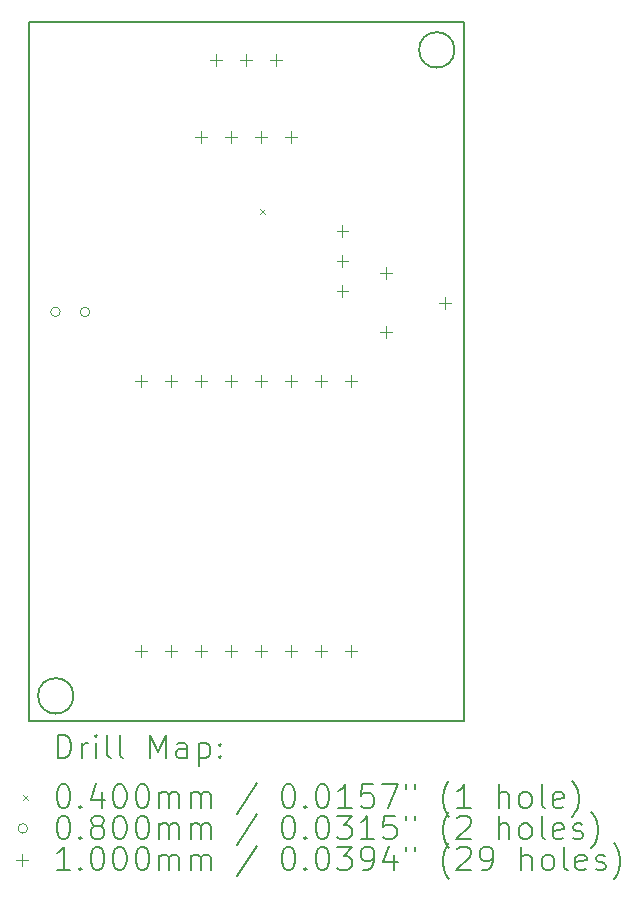
<source format=gbr>
%FSLAX45Y45*%
G04 Gerber Fmt 4.5, Leading zero omitted, Abs format (unit mm)*
G04 Created by KiCad (PCBNEW (6.0.4)) date 2022-08-05 19:54:17*
%MOMM*%
%LPD*%
G01*
G04 APERTURE LIST*
%TA.AperFunction,Profile*%
%ADD10C,0.200000*%
%TD*%
%ADD11C,0.200000*%
%ADD12C,0.040000*%
%ADD13C,0.080000*%
%ADD14C,0.100000*%
G04 APERTURE END LIST*
D10*
X13700900Y-11455400D02*
G75*
G03*
X13700900Y-11455400I-150000J0D01*
G01*
X16926700Y-5986400D02*
G75*
G03*
X16926700Y-5986400I-150000J0D01*
G01*
X13322300Y-11664201D02*
X17005300Y-11664201D01*
X17005300Y-11664201D02*
X17005300Y-5753100D01*
X17005300Y-5753100D02*
X13322300Y-5753100D01*
X13322300Y-5753100D02*
X13322300Y-11664201D01*
D11*
D12*
X15283500Y-7333300D02*
X15323500Y-7373300D01*
X15323500Y-7333300D02*
X15283500Y-7373300D01*
D13*
X13588300Y-8204200D02*
G75*
G03*
X13588300Y-8204200I-40000J0D01*
G01*
X13838300Y-8204200D02*
G75*
G03*
X13838300Y-8204200I-40000J0D01*
G01*
D14*
X14274800Y-8740700D02*
X14274800Y-8840700D01*
X14224800Y-8790700D02*
X14324800Y-8790700D01*
X14274800Y-11026700D02*
X14274800Y-11126700D01*
X14224800Y-11076700D02*
X14324800Y-11076700D01*
X14528800Y-8740700D02*
X14528800Y-8840700D01*
X14478800Y-8790700D02*
X14578800Y-8790700D01*
X14528800Y-11026700D02*
X14528800Y-11126700D01*
X14478800Y-11076700D02*
X14578800Y-11076700D01*
X14782800Y-6670600D02*
X14782800Y-6770600D01*
X14732800Y-6720600D02*
X14832800Y-6720600D01*
X14782800Y-8740700D02*
X14782800Y-8840700D01*
X14732800Y-8790700D02*
X14832800Y-8790700D01*
X14782800Y-11026700D02*
X14782800Y-11126700D01*
X14732800Y-11076700D02*
X14832800Y-11076700D01*
X14909800Y-6024940D02*
X14909800Y-6124940D01*
X14859800Y-6074940D02*
X14959800Y-6074940D01*
X15036800Y-6670600D02*
X15036800Y-6770600D01*
X14986800Y-6720600D02*
X15086800Y-6720600D01*
X15036800Y-8740700D02*
X15036800Y-8840700D01*
X14986800Y-8790700D02*
X15086800Y-8790700D01*
X15036800Y-11026700D02*
X15036800Y-11126700D01*
X14986800Y-11076700D02*
X15086800Y-11076700D01*
X15163800Y-6024940D02*
X15163800Y-6124940D01*
X15113800Y-6074940D02*
X15213800Y-6074940D01*
X15290800Y-6670600D02*
X15290800Y-6770600D01*
X15240800Y-6720600D02*
X15340800Y-6720600D01*
X15290800Y-8740700D02*
X15290800Y-8840700D01*
X15240800Y-8790700D02*
X15340800Y-8790700D01*
X15290800Y-11026700D02*
X15290800Y-11126700D01*
X15240800Y-11076700D02*
X15340800Y-11076700D01*
X15417800Y-6024940D02*
X15417800Y-6124940D01*
X15367800Y-6074940D02*
X15467800Y-6074940D01*
X15544800Y-6670600D02*
X15544800Y-6770600D01*
X15494800Y-6720600D02*
X15594800Y-6720600D01*
X15544800Y-8740700D02*
X15544800Y-8840700D01*
X15494800Y-8790700D02*
X15594800Y-8790700D01*
X15544800Y-11026700D02*
X15544800Y-11126700D01*
X15494800Y-11076700D02*
X15594800Y-11076700D01*
X15798800Y-8740700D02*
X15798800Y-8840700D01*
X15748800Y-8790700D02*
X15848800Y-8790700D01*
X15798800Y-11026700D02*
X15798800Y-11126700D01*
X15748800Y-11076700D02*
X15848800Y-11076700D01*
X15978400Y-7468400D02*
X15978400Y-7568400D01*
X15928400Y-7518400D02*
X16028400Y-7518400D01*
X15978400Y-7722400D02*
X15978400Y-7822400D01*
X15928400Y-7772400D02*
X16028400Y-7772400D01*
X15978400Y-7976400D02*
X15978400Y-8076400D01*
X15928400Y-8026400D02*
X16028400Y-8026400D01*
X16052800Y-8740700D02*
X16052800Y-8840700D01*
X16002800Y-8790700D02*
X16102800Y-8790700D01*
X16052800Y-11026700D02*
X16052800Y-11126700D01*
X16002800Y-11076700D02*
X16102800Y-11076700D01*
X16349500Y-7828000D02*
X16349500Y-7928000D01*
X16299500Y-7878000D02*
X16399500Y-7878000D01*
X16349500Y-8328000D02*
X16349500Y-8428000D01*
X16299500Y-8378000D02*
X16399500Y-8378000D01*
X16849500Y-8078000D02*
X16849500Y-8178000D01*
X16799500Y-8128000D02*
X16899500Y-8128000D01*
D11*
X13569919Y-11984677D02*
X13569919Y-11784677D01*
X13617538Y-11784677D01*
X13646109Y-11794201D01*
X13665157Y-11813248D01*
X13674681Y-11832296D01*
X13684205Y-11870391D01*
X13684205Y-11898963D01*
X13674681Y-11937058D01*
X13665157Y-11956105D01*
X13646109Y-11975153D01*
X13617538Y-11984677D01*
X13569919Y-11984677D01*
X13769919Y-11984677D02*
X13769919Y-11851343D01*
X13769919Y-11889439D02*
X13779443Y-11870391D01*
X13788967Y-11860867D01*
X13808014Y-11851343D01*
X13827062Y-11851343D01*
X13893728Y-11984677D02*
X13893728Y-11851343D01*
X13893728Y-11784677D02*
X13884205Y-11794201D01*
X13893728Y-11803724D01*
X13903252Y-11794201D01*
X13893728Y-11784677D01*
X13893728Y-11803724D01*
X14017538Y-11984677D02*
X13998490Y-11975153D01*
X13988967Y-11956105D01*
X13988967Y-11784677D01*
X14122300Y-11984677D02*
X14103252Y-11975153D01*
X14093728Y-11956105D01*
X14093728Y-11784677D01*
X14350871Y-11984677D02*
X14350871Y-11784677D01*
X14417538Y-11927534D01*
X14484205Y-11784677D01*
X14484205Y-11984677D01*
X14665157Y-11984677D02*
X14665157Y-11879915D01*
X14655633Y-11860867D01*
X14636586Y-11851343D01*
X14598490Y-11851343D01*
X14579443Y-11860867D01*
X14665157Y-11975153D02*
X14646109Y-11984677D01*
X14598490Y-11984677D01*
X14579443Y-11975153D01*
X14569919Y-11956105D01*
X14569919Y-11937058D01*
X14579443Y-11918010D01*
X14598490Y-11908486D01*
X14646109Y-11908486D01*
X14665157Y-11898963D01*
X14760395Y-11851343D02*
X14760395Y-12051343D01*
X14760395Y-11860867D02*
X14779443Y-11851343D01*
X14817538Y-11851343D01*
X14836586Y-11860867D01*
X14846109Y-11870391D01*
X14855633Y-11889439D01*
X14855633Y-11946582D01*
X14846109Y-11965629D01*
X14836586Y-11975153D01*
X14817538Y-11984677D01*
X14779443Y-11984677D01*
X14760395Y-11975153D01*
X14941348Y-11965629D02*
X14950871Y-11975153D01*
X14941348Y-11984677D01*
X14931824Y-11975153D01*
X14941348Y-11965629D01*
X14941348Y-11984677D01*
X14941348Y-11860867D02*
X14950871Y-11870391D01*
X14941348Y-11879915D01*
X14931824Y-11870391D01*
X14941348Y-11860867D01*
X14941348Y-11879915D01*
D12*
X13272300Y-12294201D02*
X13312300Y-12334201D01*
X13312300Y-12294201D02*
X13272300Y-12334201D01*
D11*
X13608014Y-12204677D02*
X13627062Y-12204677D01*
X13646109Y-12214201D01*
X13655633Y-12223724D01*
X13665157Y-12242772D01*
X13674681Y-12280867D01*
X13674681Y-12328486D01*
X13665157Y-12366582D01*
X13655633Y-12385629D01*
X13646109Y-12395153D01*
X13627062Y-12404677D01*
X13608014Y-12404677D01*
X13588967Y-12395153D01*
X13579443Y-12385629D01*
X13569919Y-12366582D01*
X13560395Y-12328486D01*
X13560395Y-12280867D01*
X13569919Y-12242772D01*
X13579443Y-12223724D01*
X13588967Y-12214201D01*
X13608014Y-12204677D01*
X13760395Y-12385629D02*
X13769919Y-12395153D01*
X13760395Y-12404677D01*
X13750871Y-12395153D01*
X13760395Y-12385629D01*
X13760395Y-12404677D01*
X13941348Y-12271343D02*
X13941348Y-12404677D01*
X13893728Y-12195153D02*
X13846109Y-12338010D01*
X13969919Y-12338010D01*
X14084205Y-12204677D02*
X14103252Y-12204677D01*
X14122300Y-12214201D01*
X14131824Y-12223724D01*
X14141348Y-12242772D01*
X14150871Y-12280867D01*
X14150871Y-12328486D01*
X14141348Y-12366582D01*
X14131824Y-12385629D01*
X14122300Y-12395153D01*
X14103252Y-12404677D01*
X14084205Y-12404677D01*
X14065157Y-12395153D01*
X14055633Y-12385629D01*
X14046109Y-12366582D01*
X14036586Y-12328486D01*
X14036586Y-12280867D01*
X14046109Y-12242772D01*
X14055633Y-12223724D01*
X14065157Y-12214201D01*
X14084205Y-12204677D01*
X14274681Y-12204677D02*
X14293728Y-12204677D01*
X14312776Y-12214201D01*
X14322300Y-12223724D01*
X14331824Y-12242772D01*
X14341348Y-12280867D01*
X14341348Y-12328486D01*
X14331824Y-12366582D01*
X14322300Y-12385629D01*
X14312776Y-12395153D01*
X14293728Y-12404677D01*
X14274681Y-12404677D01*
X14255633Y-12395153D01*
X14246109Y-12385629D01*
X14236586Y-12366582D01*
X14227062Y-12328486D01*
X14227062Y-12280867D01*
X14236586Y-12242772D01*
X14246109Y-12223724D01*
X14255633Y-12214201D01*
X14274681Y-12204677D01*
X14427062Y-12404677D02*
X14427062Y-12271343D01*
X14427062Y-12290391D02*
X14436586Y-12280867D01*
X14455633Y-12271343D01*
X14484205Y-12271343D01*
X14503252Y-12280867D01*
X14512776Y-12299915D01*
X14512776Y-12404677D01*
X14512776Y-12299915D02*
X14522300Y-12280867D01*
X14541348Y-12271343D01*
X14569919Y-12271343D01*
X14588967Y-12280867D01*
X14598490Y-12299915D01*
X14598490Y-12404677D01*
X14693728Y-12404677D02*
X14693728Y-12271343D01*
X14693728Y-12290391D02*
X14703252Y-12280867D01*
X14722300Y-12271343D01*
X14750871Y-12271343D01*
X14769919Y-12280867D01*
X14779443Y-12299915D01*
X14779443Y-12404677D01*
X14779443Y-12299915D02*
X14788967Y-12280867D01*
X14808014Y-12271343D01*
X14836586Y-12271343D01*
X14855633Y-12280867D01*
X14865157Y-12299915D01*
X14865157Y-12404677D01*
X15255633Y-12195153D02*
X15084205Y-12452296D01*
X15512776Y-12204677D02*
X15531824Y-12204677D01*
X15550871Y-12214201D01*
X15560395Y-12223724D01*
X15569919Y-12242772D01*
X15579443Y-12280867D01*
X15579443Y-12328486D01*
X15569919Y-12366582D01*
X15560395Y-12385629D01*
X15550871Y-12395153D01*
X15531824Y-12404677D01*
X15512776Y-12404677D01*
X15493728Y-12395153D01*
X15484205Y-12385629D01*
X15474681Y-12366582D01*
X15465157Y-12328486D01*
X15465157Y-12280867D01*
X15474681Y-12242772D01*
X15484205Y-12223724D01*
X15493728Y-12214201D01*
X15512776Y-12204677D01*
X15665157Y-12385629D02*
X15674681Y-12395153D01*
X15665157Y-12404677D01*
X15655633Y-12395153D01*
X15665157Y-12385629D01*
X15665157Y-12404677D01*
X15798490Y-12204677D02*
X15817538Y-12204677D01*
X15836586Y-12214201D01*
X15846109Y-12223724D01*
X15855633Y-12242772D01*
X15865157Y-12280867D01*
X15865157Y-12328486D01*
X15855633Y-12366582D01*
X15846109Y-12385629D01*
X15836586Y-12395153D01*
X15817538Y-12404677D01*
X15798490Y-12404677D01*
X15779443Y-12395153D01*
X15769919Y-12385629D01*
X15760395Y-12366582D01*
X15750871Y-12328486D01*
X15750871Y-12280867D01*
X15760395Y-12242772D01*
X15769919Y-12223724D01*
X15779443Y-12214201D01*
X15798490Y-12204677D01*
X16055633Y-12404677D02*
X15941348Y-12404677D01*
X15998490Y-12404677D02*
X15998490Y-12204677D01*
X15979443Y-12233248D01*
X15960395Y-12252296D01*
X15941348Y-12261820D01*
X16236586Y-12204677D02*
X16141348Y-12204677D01*
X16131824Y-12299915D01*
X16141348Y-12290391D01*
X16160395Y-12280867D01*
X16208014Y-12280867D01*
X16227062Y-12290391D01*
X16236586Y-12299915D01*
X16246109Y-12318963D01*
X16246109Y-12366582D01*
X16236586Y-12385629D01*
X16227062Y-12395153D01*
X16208014Y-12404677D01*
X16160395Y-12404677D01*
X16141348Y-12395153D01*
X16131824Y-12385629D01*
X16312776Y-12204677D02*
X16446109Y-12204677D01*
X16360395Y-12404677D01*
X16512776Y-12204677D02*
X16512776Y-12242772D01*
X16588967Y-12204677D02*
X16588967Y-12242772D01*
X16884205Y-12480867D02*
X16874681Y-12471343D01*
X16855633Y-12442772D01*
X16846110Y-12423724D01*
X16836586Y-12395153D01*
X16827062Y-12347534D01*
X16827062Y-12309439D01*
X16836586Y-12261820D01*
X16846110Y-12233248D01*
X16855633Y-12214201D01*
X16874681Y-12185629D01*
X16884205Y-12176105D01*
X17065157Y-12404677D02*
X16950871Y-12404677D01*
X17008014Y-12404677D02*
X17008014Y-12204677D01*
X16988967Y-12233248D01*
X16969919Y-12252296D01*
X16950871Y-12261820D01*
X17303252Y-12404677D02*
X17303252Y-12204677D01*
X17388967Y-12404677D02*
X17388967Y-12299915D01*
X17379443Y-12280867D01*
X17360395Y-12271343D01*
X17331824Y-12271343D01*
X17312776Y-12280867D01*
X17303252Y-12290391D01*
X17512776Y-12404677D02*
X17493729Y-12395153D01*
X17484205Y-12385629D01*
X17474681Y-12366582D01*
X17474681Y-12309439D01*
X17484205Y-12290391D01*
X17493729Y-12280867D01*
X17512776Y-12271343D01*
X17541348Y-12271343D01*
X17560395Y-12280867D01*
X17569919Y-12290391D01*
X17579443Y-12309439D01*
X17579443Y-12366582D01*
X17569919Y-12385629D01*
X17560395Y-12395153D01*
X17541348Y-12404677D01*
X17512776Y-12404677D01*
X17693729Y-12404677D02*
X17674681Y-12395153D01*
X17665157Y-12376105D01*
X17665157Y-12204677D01*
X17846110Y-12395153D02*
X17827062Y-12404677D01*
X17788967Y-12404677D01*
X17769919Y-12395153D01*
X17760395Y-12376105D01*
X17760395Y-12299915D01*
X17769919Y-12280867D01*
X17788967Y-12271343D01*
X17827062Y-12271343D01*
X17846110Y-12280867D01*
X17855633Y-12299915D01*
X17855633Y-12318963D01*
X17760395Y-12338010D01*
X17922300Y-12480867D02*
X17931824Y-12471343D01*
X17950871Y-12442772D01*
X17960395Y-12423724D01*
X17969919Y-12395153D01*
X17979443Y-12347534D01*
X17979443Y-12309439D01*
X17969919Y-12261820D01*
X17960395Y-12233248D01*
X17950871Y-12214201D01*
X17931824Y-12185629D01*
X17922300Y-12176105D01*
D13*
X13312300Y-12578201D02*
G75*
G03*
X13312300Y-12578201I-40000J0D01*
G01*
D11*
X13608014Y-12468677D02*
X13627062Y-12468677D01*
X13646109Y-12478201D01*
X13655633Y-12487724D01*
X13665157Y-12506772D01*
X13674681Y-12544867D01*
X13674681Y-12592486D01*
X13665157Y-12630582D01*
X13655633Y-12649629D01*
X13646109Y-12659153D01*
X13627062Y-12668677D01*
X13608014Y-12668677D01*
X13588967Y-12659153D01*
X13579443Y-12649629D01*
X13569919Y-12630582D01*
X13560395Y-12592486D01*
X13560395Y-12544867D01*
X13569919Y-12506772D01*
X13579443Y-12487724D01*
X13588967Y-12478201D01*
X13608014Y-12468677D01*
X13760395Y-12649629D02*
X13769919Y-12659153D01*
X13760395Y-12668677D01*
X13750871Y-12659153D01*
X13760395Y-12649629D01*
X13760395Y-12668677D01*
X13884205Y-12554391D02*
X13865157Y-12544867D01*
X13855633Y-12535343D01*
X13846109Y-12516296D01*
X13846109Y-12506772D01*
X13855633Y-12487724D01*
X13865157Y-12478201D01*
X13884205Y-12468677D01*
X13922300Y-12468677D01*
X13941348Y-12478201D01*
X13950871Y-12487724D01*
X13960395Y-12506772D01*
X13960395Y-12516296D01*
X13950871Y-12535343D01*
X13941348Y-12544867D01*
X13922300Y-12554391D01*
X13884205Y-12554391D01*
X13865157Y-12563915D01*
X13855633Y-12573439D01*
X13846109Y-12592486D01*
X13846109Y-12630582D01*
X13855633Y-12649629D01*
X13865157Y-12659153D01*
X13884205Y-12668677D01*
X13922300Y-12668677D01*
X13941348Y-12659153D01*
X13950871Y-12649629D01*
X13960395Y-12630582D01*
X13960395Y-12592486D01*
X13950871Y-12573439D01*
X13941348Y-12563915D01*
X13922300Y-12554391D01*
X14084205Y-12468677D02*
X14103252Y-12468677D01*
X14122300Y-12478201D01*
X14131824Y-12487724D01*
X14141348Y-12506772D01*
X14150871Y-12544867D01*
X14150871Y-12592486D01*
X14141348Y-12630582D01*
X14131824Y-12649629D01*
X14122300Y-12659153D01*
X14103252Y-12668677D01*
X14084205Y-12668677D01*
X14065157Y-12659153D01*
X14055633Y-12649629D01*
X14046109Y-12630582D01*
X14036586Y-12592486D01*
X14036586Y-12544867D01*
X14046109Y-12506772D01*
X14055633Y-12487724D01*
X14065157Y-12478201D01*
X14084205Y-12468677D01*
X14274681Y-12468677D02*
X14293728Y-12468677D01*
X14312776Y-12478201D01*
X14322300Y-12487724D01*
X14331824Y-12506772D01*
X14341348Y-12544867D01*
X14341348Y-12592486D01*
X14331824Y-12630582D01*
X14322300Y-12649629D01*
X14312776Y-12659153D01*
X14293728Y-12668677D01*
X14274681Y-12668677D01*
X14255633Y-12659153D01*
X14246109Y-12649629D01*
X14236586Y-12630582D01*
X14227062Y-12592486D01*
X14227062Y-12544867D01*
X14236586Y-12506772D01*
X14246109Y-12487724D01*
X14255633Y-12478201D01*
X14274681Y-12468677D01*
X14427062Y-12668677D02*
X14427062Y-12535343D01*
X14427062Y-12554391D02*
X14436586Y-12544867D01*
X14455633Y-12535343D01*
X14484205Y-12535343D01*
X14503252Y-12544867D01*
X14512776Y-12563915D01*
X14512776Y-12668677D01*
X14512776Y-12563915D02*
X14522300Y-12544867D01*
X14541348Y-12535343D01*
X14569919Y-12535343D01*
X14588967Y-12544867D01*
X14598490Y-12563915D01*
X14598490Y-12668677D01*
X14693728Y-12668677D02*
X14693728Y-12535343D01*
X14693728Y-12554391D02*
X14703252Y-12544867D01*
X14722300Y-12535343D01*
X14750871Y-12535343D01*
X14769919Y-12544867D01*
X14779443Y-12563915D01*
X14779443Y-12668677D01*
X14779443Y-12563915D02*
X14788967Y-12544867D01*
X14808014Y-12535343D01*
X14836586Y-12535343D01*
X14855633Y-12544867D01*
X14865157Y-12563915D01*
X14865157Y-12668677D01*
X15255633Y-12459153D02*
X15084205Y-12716296D01*
X15512776Y-12468677D02*
X15531824Y-12468677D01*
X15550871Y-12478201D01*
X15560395Y-12487724D01*
X15569919Y-12506772D01*
X15579443Y-12544867D01*
X15579443Y-12592486D01*
X15569919Y-12630582D01*
X15560395Y-12649629D01*
X15550871Y-12659153D01*
X15531824Y-12668677D01*
X15512776Y-12668677D01*
X15493728Y-12659153D01*
X15484205Y-12649629D01*
X15474681Y-12630582D01*
X15465157Y-12592486D01*
X15465157Y-12544867D01*
X15474681Y-12506772D01*
X15484205Y-12487724D01*
X15493728Y-12478201D01*
X15512776Y-12468677D01*
X15665157Y-12649629D02*
X15674681Y-12659153D01*
X15665157Y-12668677D01*
X15655633Y-12659153D01*
X15665157Y-12649629D01*
X15665157Y-12668677D01*
X15798490Y-12468677D02*
X15817538Y-12468677D01*
X15836586Y-12478201D01*
X15846109Y-12487724D01*
X15855633Y-12506772D01*
X15865157Y-12544867D01*
X15865157Y-12592486D01*
X15855633Y-12630582D01*
X15846109Y-12649629D01*
X15836586Y-12659153D01*
X15817538Y-12668677D01*
X15798490Y-12668677D01*
X15779443Y-12659153D01*
X15769919Y-12649629D01*
X15760395Y-12630582D01*
X15750871Y-12592486D01*
X15750871Y-12544867D01*
X15760395Y-12506772D01*
X15769919Y-12487724D01*
X15779443Y-12478201D01*
X15798490Y-12468677D01*
X15931824Y-12468677D02*
X16055633Y-12468677D01*
X15988967Y-12544867D01*
X16017538Y-12544867D01*
X16036586Y-12554391D01*
X16046109Y-12563915D01*
X16055633Y-12582963D01*
X16055633Y-12630582D01*
X16046109Y-12649629D01*
X16036586Y-12659153D01*
X16017538Y-12668677D01*
X15960395Y-12668677D01*
X15941348Y-12659153D01*
X15931824Y-12649629D01*
X16246109Y-12668677D02*
X16131824Y-12668677D01*
X16188967Y-12668677D02*
X16188967Y-12468677D01*
X16169919Y-12497248D01*
X16150871Y-12516296D01*
X16131824Y-12525820D01*
X16427062Y-12468677D02*
X16331824Y-12468677D01*
X16322300Y-12563915D01*
X16331824Y-12554391D01*
X16350871Y-12544867D01*
X16398490Y-12544867D01*
X16417538Y-12554391D01*
X16427062Y-12563915D01*
X16436586Y-12582963D01*
X16436586Y-12630582D01*
X16427062Y-12649629D01*
X16417538Y-12659153D01*
X16398490Y-12668677D01*
X16350871Y-12668677D01*
X16331824Y-12659153D01*
X16322300Y-12649629D01*
X16512776Y-12468677D02*
X16512776Y-12506772D01*
X16588967Y-12468677D02*
X16588967Y-12506772D01*
X16884205Y-12744867D02*
X16874681Y-12735343D01*
X16855633Y-12706772D01*
X16846110Y-12687724D01*
X16836586Y-12659153D01*
X16827062Y-12611534D01*
X16827062Y-12573439D01*
X16836586Y-12525820D01*
X16846110Y-12497248D01*
X16855633Y-12478201D01*
X16874681Y-12449629D01*
X16884205Y-12440105D01*
X16950871Y-12487724D02*
X16960395Y-12478201D01*
X16979443Y-12468677D01*
X17027062Y-12468677D01*
X17046110Y-12478201D01*
X17055633Y-12487724D01*
X17065157Y-12506772D01*
X17065157Y-12525820D01*
X17055633Y-12554391D01*
X16941348Y-12668677D01*
X17065157Y-12668677D01*
X17303252Y-12668677D02*
X17303252Y-12468677D01*
X17388967Y-12668677D02*
X17388967Y-12563915D01*
X17379443Y-12544867D01*
X17360395Y-12535343D01*
X17331824Y-12535343D01*
X17312776Y-12544867D01*
X17303252Y-12554391D01*
X17512776Y-12668677D02*
X17493729Y-12659153D01*
X17484205Y-12649629D01*
X17474681Y-12630582D01*
X17474681Y-12573439D01*
X17484205Y-12554391D01*
X17493729Y-12544867D01*
X17512776Y-12535343D01*
X17541348Y-12535343D01*
X17560395Y-12544867D01*
X17569919Y-12554391D01*
X17579443Y-12573439D01*
X17579443Y-12630582D01*
X17569919Y-12649629D01*
X17560395Y-12659153D01*
X17541348Y-12668677D01*
X17512776Y-12668677D01*
X17693729Y-12668677D02*
X17674681Y-12659153D01*
X17665157Y-12640105D01*
X17665157Y-12468677D01*
X17846110Y-12659153D02*
X17827062Y-12668677D01*
X17788967Y-12668677D01*
X17769919Y-12659153D01*
X17760395Y-12640105D01*
X17760395Y-12563915D01*
X17769919Y-12544867D01*
X17788967Y-12535343D01*
X17827062Y-12535343D01*
X17846110Y-12544867D01*
X17855633Y-12563915D01*
X17855633Y-12582963D01*
X17760395Y-12602010D01*
X17931824Y-12659153D02*
X17950871Y-12668677D01*
X17988967Y-12668677D01*
X18008014Y-12659153D01*
X18017538Y-12640105D01*
X18017538Y-12630582D01*
X18008014Y-12611534D01*
X17988967Y-12602010D01*
X17960395Y-12602010D01*
X17941348Y-12592486D01*
X17931824Y-12573439D01*
X17931824Y-12563915D01*
X17941348Y-12544867D01*
X17960395Y-12535343D01*
X17988967Y-12535343D01*
X18008014Y-12544867D01*
X18084205Y-12744867D02*
X18093729Y-12735343D01*
X18112776Y-12706772D01*
X18122300Y-12687724D01*
X18131824Y-12659153D01*
X18141348Y-12611534D01*
X18141348Y-12573439D01*
X18131824Y-12525820D01*
X18122300Y-12497248D01*
X18112776Y-12478201D01*
X18093729Y-12449629D01*
X18084205Y-12440105D01*
D14*
X13262300Y-12792201D02*
X13262300Y-12892201D01*
X13212300Y-12842201D02*
X13312300Y-12842201D01*
D11*
X13674681Y-12932677D02*
X13560395Y-12932677D01*
X13617538Y-12932677D02*
X13617538Y-12732677D01*
X13598490Y-12761248D01*
X13579443Y-12780296D01*
X13560395Y-12789820D01*
X13760395Y-12913629D02*
X13769919Y-12923153D01*
X13760395Y-12932677D01*
X13750871Y-12923153D01*
X13760395Y-12913629D01*
X13760395Y-12932677D01*
X13893728Y-12732677D02*
X13912776Y-12732677D01*
X13931824Y-12742201D01*
X13941348Y-12751724D01*
X13950871Y-12770772D01*
X13960395Y-12808867D01*
X13960395Y-12856486D01*
X13950871Y-12894582D01*
X13941348Y-12913629D01*
X13931824Y-12923153D01*
X13912776Y-12932677D01*
X13893728Y-12932677D01*
X13874681Y-12923153D01*
X13865157Y-12913629D01*
X13855633Y-12894582D01*
X13846109Y-12856486D01*
X13846109Y-12808867D01*
X13855633Y-12770772D01*
X13865157Y-12751724D01*
X13874681Y-12742201D01*
X13893728Y-12732677D01*
X14084205Y-12732677D02*
X14103252Y-12732677D01*
X14122300Y-12742201D01*
X14131824Y-12751724D01*
X14141348Y-12770772D01*
X14150871Y-12808867D01*
X14150871Y-12856486D01*
X14141348Y-12894582D01*
X14131824Y-12913629D01*
X14122300Y-12923153D01*
X14103252Y-12932677D01*
X14084205Y-12932677D01*
X14065157Y-12923153D01*
X14055633Y-12913629D01*
X14046109Y-12894582D01*
X14036586Y-12856486D01*
X14036586Y-12808867D01*
X14046109Y-12770772D01*
X14055633Y-12751724D01*
X14065157Y-12742201D01*
X14084205Y-12732677D01*
X14274681Y-12732677D02*
X14293728Y-12732677D01*
X14312776Y-12742201D01*
X14322300Y-12751724D01*
X14331824Y-12770772D01*
X14341348Y-12808867D01*
X14341348Y-12856486D01*
X14331824Y-12894582D01*
X14322300Y-12913629D01*
X14312776Y-12923153D01*
X14293728Y-12932677D01*
X14274681Y-12932677D01*
X14255633Y-12923153D01*
X14246109Y-12913629D01*
X14236586Y-12894582D01*
X14227062Y-12856486D01*
X14227062Y-12808867D01*
X14236586Y-12770772D01*
X14246109Y-12751724D01*
X14255633Y-12742201D01*
X14274681Y-12732677D01*
X14427062Y-12932677D02*
X14427062Y-12799343D01*
X14427062Y-12818391D02*
X14436586Y-12808867D01*
X14455633Y-12799343D01*
X14484205Y-12799343D01*
X14503252Y-12808867D01*
X14512776Y-12827915D01*
X14512776Y-12932677D01*
X14512776Y-12827915D02*
X14522300Y-12808867D01*
X14541348Y-12799343D01*
X14569919Y-12799343D01*
X14588967Y-12808867D01*
X14598490Y-12827915D01*
X14598490Y-12932677D01*
X14693728Y-12932677D02*
X14693728Y-12799343D01*
X14693728Y-12818391D02*
X14703252Y-12808867D01*
X14722300Y-12799343D01*
X14750871Y-12799343D01*
X14769919Y-12808867D01*
X14779443Y-12827915D01*
X14779443Y-12932677D01*
X14779443Y-12827915D02*
X14788967Y-12808867D01*
X14808014Y-12799343D01*
X14836586Y-12799343D01*
X14855633Y-12808867D01*
X14865157Y-12827915D01*
X14865157Y-12932677D01*
X15255633Y-12723153D02*
X15084205Y-12980296D01*
X15512776Y-12732677D02*
X15531824Y-12732677D01*
X15550871Y-12742201D01*
X15560395Y-12751724D01*
X15569919Y-12770772D01*
X15579443Y-12808867D01*
X15579443Y-12856486D01*
X15569919Y-12894582D01*
X15560395Y-12913629D01*
X15550871Y-12923153D01*
X15531824Y-12932677D01*
X15512776Y-12932677D01*
X15493728Y-12923153D01*
X15484205Y-12913629D01*
X15474681Y-12894582D01*
X15465157Y-12856486D01*
X15465157Y-12808867D01*
X15474681Y-12770772D01*
X15484205Y-12751724D01*
X15493728Y-12742201D01*
X15512776Y-12732677D01*
X15665157Y-12913629D02*
X15674681Y-12923153D01*
X15665157Y-12932677D01*
X15655633Y-12923153D01*
X15665157Y-12913629D01*
X15665157Y-12932677D01*
X15798490Y-12732677D02*
X15817538Y-12732677D01*
X15836586Y-12742201D01*
X15846109Y-12751724D01*
X15855633Y-12770772D01*
X15865157Y-12808867D01*
X15865157Y-12856486D01*
X15855633Y-12894582D01*
X15846109Y-12913629D01*
X15836586Y-12923153D01*
X15817538Y-12932677D01*
X15798490Y-12932677D01*
X15779443Y-12923153D01*
X15769919Y-12913629D01*
X15760395Y-12894582D01*
X15750871Y-12856486D01*
X15750871Y-12808867D01*
X15760395Y-12770772D01*
X15769919Y-12751724D01*
X15779443Y-12742201D01*
X15798490Y-12732677D01*
X15931824Y-12732677D02*
X16055633Y-12732677D01*
X15988967Y-12808867D01*
X16017538Y-12808867D01*
X16036586Y-12818391D01*
X16046109Y-12827915D01*
X16055633Y-12846963D01*
X16055633Y-12894582D01*
X16046109Y-12913629D01*
X16036586Y-12923153D01*
X16017538Y-12932677D01*
X15960395Y-12932677D01*
X15941348Y-12923153D01*
X15931824Y-12913629D01*
X16150871Y-12932677D02*
X16188967Y-12932677D01*
X16208014Y-12923153D01*
X16217538Y-12913629D01*
X16236586Y-12885058D01*
X16246109Y-12846963D01*
X16246109Y-12770772D01*
X16236586Y-12751724D01*
X16227062Y-12742201D01*
X16208014Y-12732677D01*
X16169919Y-12732677D01*
X16150871Y-12742201D01*
X16141348Y-12751724D01*
X16131824Y-12770772D01*
X16131824Y-12818391D01*
X16141348Y-12837439D01*
X16150871Y-12846963D01*
X16169919Y-12856486D01*
X16208014Y-12856486D01*
X16227062Y-12846963D01*
X16236586Y-12837439D01*
X16246109Y-12818391D01*
X16417538Y-12799343D02*
X16417538Y-12932677D01*
X16369919Y-12723153D02*
X16322300Y-12866010D01*
X16446109Y-12866010D01*
X16512776Y-12732677D02*
X16512776Y-12770772D01*
X16588967Y-12732677D02*
X16588967Y-12770772D01*
X16884205Y-13008867D02*
X16874681Y-12999343D01*
X16855633Y-12970772D01*
X16846110Y-12951724D01*
X16836586Y-12923153D01*
X16827062Y-12875534D01*
X16827062Y-12837439D01*
X16836586Y-12789820D01*
X16846110Y-12761248D01*
X16855633Y-12742201D01*
X16874681Y-12713629D01*
X16884205Y-12704105D01*
X16950871Y-12751724D02*
X16960395Y-12742201D01*
X16979443Y-12732677D01*
X17027062Y-12732677D01*
X17046110Y-12742201D01*
X17055633Y-12751724D01*
X17065157Y-12770772D01*
X17065157Y-12789820D01*
X17055633Y-12818391D01*
X16941348Y-12932677D01*
X17065157Y-12932677D01*
X17160395Y-12932677D02*
X17198490Y-12932677D01*
X17217538Y-12923153D01*
X17227062Y-12913629D01*
X17246110Y-12885058D01*
X17255633Y-12846963D01*
X17255633Y-12770772D01*
X17246110Y-12751724D01*
X17236586Y-12742201D01*
X17217538Y-12732677D01*
X17179443Y-12732677D01*
X17160395Y-12742201D01*
X17150871Y-12751724D01*
X17141348Y-12770772D01*
X17141348Y-12818391D01*
X17150871Y-12837439D01*
X17160395Y-12846963D01*
X17179443Y-12856486D01*
X17217538Y-12856486D01*
X17236586Y-12846963D01*
X17246110Y-12837439D01*
X17255633Y-12818391D01*
X17493729Y-12932677D02*
X17493729Y-12732677D01*
X17579443Y-12932677D02*
X17579443Y-12827915D01*
X17569919Y-12808867D01*
X17550871Y-12799343D01*
X17522300Y-12799343D01*
X17503252Y-12808867D01*
X17493729Y-12818391D01*
X17703252Y-12932677D02*
X17684205Y-12923153D01*
X17674681Y-12913629D01*
X17665157Y-12894582D01*
X17665157Y-12837439D01*
X17674681Y-12818391D01*
X17684205Y-12808867D01*
X17703252Y-12799343D01*
X17731824Y-12799343D01*
X17750871Y-12808867D01*
X17760395Y-12818391D01*
X17769919Y-12837439D01*
X17769919Y-12894582D01*
X17760395Y-12913629D01*
X17750871Y-12923153D01*
X17731824Y-12932677D01*
X17703252Y-12932677D01*
X17884205Y-12932677D02*
X17865157Y-12923153D01*
X17855633Y-12904105D01*
X17855633Y-12732677D01*
X18036586Y-12923153D02*
X18017538Y-12932677D01*
X17979443Y-12932677D01*
X17960395Y-12923153D01*
X17950871Y-12904105D01*
X17950871Y-12827915D01*
X17960395Y-12808867D01*
X17979443Y-12799343D01*
X18017538Y-12799343D01*
X18036586Y-12808867D01*
X18046110Y-12827915D01*
X18046110Y-12846963D01*
X17950871Y-12866010D01*
X18122300Y-12923153D02*
X18141348Y-12932677D01*
X18179443Y-12932677D01*
X18198490Y-12923153D01*
X18208014Y-12904105D01*
X18208014Y-12894582D01*
X18198490Y-12875534D01*
X18179443Y-12866010D01*
X18150871Y-12866010D01*
X18131824Y-12856486D01*
X18122300Y-12837439D01*
X18122300Y-12827915D01*
X18131824Y-12808867D01*
X18150871Y-12799343D01*
X18179443Y-12799343D01*
X18198490Y-12808867D01*
X18274681Y-13008867D02*
X18284205Y-12999343D01*
X18303252Y-12970772D01*
X18312776Y-12951724D01*
X18322300Y-12923153D01*
X18331824Y-12875534D01*
X18331824Y-12837439D01*
X18322300Y-12789820D01*
X18312776Y-12761248D01*
X18303252Y-12742201D01*
X18284205Y-12713629D01*
X18274681Y-12704105D01*
M02*

</source>
